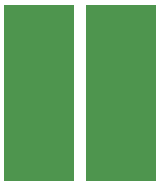
<source format=gtp>
G04 #@! TF.GenerationSoftware,KiCad,Pcbnew,9.0.1+1*
G04 #@! TF.CreationDate,2025-11-11T14:40:03+00:00*
G04 #@! TF.ProjectId,usb-c-power-in,7573622d-632d-4706-9f77-65722d696e2e,rev?*
G04 #@! TF.SameCoordinates,Original*
G04 #@! TF.FileFunction,Paste,Top*
G04 #@! TF.FilePolarity,Positive*
%FSLAX46Y46*%
G04 Gerber Fmt 4.6, Leading zero omitted, Abs format (unit mm)*
G04 Created by KiCad (PCBNEW 9.0.1+1) date 2025-11-11 14:40:03*
%MOMM*%
%LPD*%
G01*
G04 APERTURE LIST*
%ADD10R,6.000000X15.000000*%
G04 APERTURE END LIST*
D10*
X53252800Y-46803000D03*
X46293200Y-46803000D03*
M02*

</source>
